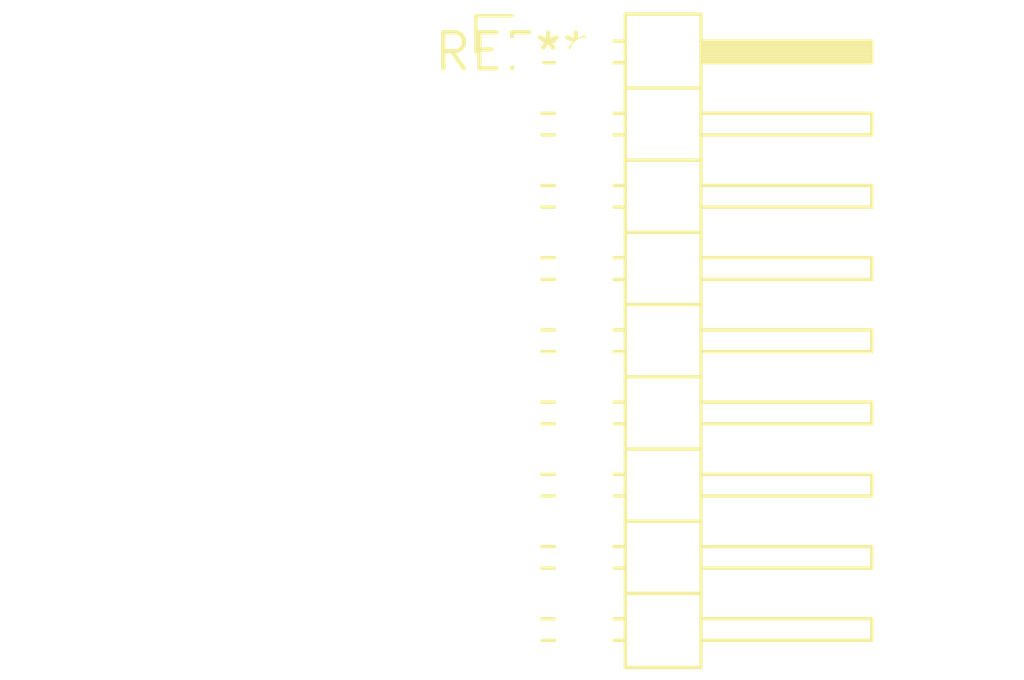
<source format=kicad_pcb>
(kicad_pcb (version 20240108) (generator pcbnew)
  (layers (0 "F.Cu" signal) (31 "B.Cu" signal) (34 "B.Paste" user) (35 "F.Paste" user) (36 "B.SilkS" user "B.Silkscreen") (37 "F.SilkS" user "F.Silkscreen") (38 "B.Mask" user) (39 "F.Mask" user) (44 "Edge.Cuts" user))
  (net 0 "")
  (footprint "PinHeader_2x09_P2.54mm_Horizontal" (layer "F.Cu") (at 0 0)
    (property "Reference" "REF**")
    (property "Value" "PinHeader_2x09_P2.54mm_Horizontal")
    (fp_line (start -1.27 -1.27) (end 0 -1.27) (layer "F.SilkS") (stroke (width 0.12)))
    (fp_line (start -1.27 0) (end -1.27 -1.27) (layer "F.SilkS") (stroke (width 0.12)))
    (fp_line (start 1.042929 2.16) (end 1.497071 2.16) (layer "F.SilkS") (stroke (width 0.12)))
    (fp_line (start 1.042929 2.92) (end 1.497071 2.92) (layer "F.SilkS") (stroke (width 0.12)))
    (fp_line (start 1.042929 4.7) (end 1.497071 4.7) (layer "F.SilkS") (stroke (width 0.12)))
    (fp_line (start 1.042929 5.46) (end 1.497071 5.46) (layer "F.SilkS") (stroke (width 0.12)))
    (fp_line (start 1.042929 7.24) (end 1.497071 7.24) (layer "F.SilkS") (stroke (width 0.12)))
    (fp_line (start 1.042929 8) (end 1.497071 8) (layer "F.SilkS") (stroke (width 0.12)))
    (fp_line (start 1.042929 9.78) (end 1.497071 9.78) (layer "F.SilkS") (stroke (width 0.12)))
    (fp_line (start 1.042929 10.54) (end 1.497071 10.54) (layer "F.SilkS") (stroke (width 0.12)))
    (fp_line (start 1.042929 12.32) (end 1.497071 12.32) (layer "F.SilkS") (stroke (width 0.12)))
    (fp_line (start 1.042929 13.08) (end 1.497071 13.08) (layer "F.SilkS") (stroke (width 0.12)))
    (fp_line (start 1.042929 14.86) (end 1.497071 14.86) (layer "F.SilkS") (stroke (width 0.12)))
    (fp_line (start 1.042929 15.62) (end 1.497071 15.62) (layer "F.SilkS") (stroke (width 0.12)))
    (fp_line (start 1.042929 17.4) (end 1.497071 17.4) (layer "F.SilkS") (stroke (width 0.12)))
    (fp_line (start 1.042929 18.16) (end 1.497071 18.16) (layer "F.SilkS") (stroke (width 0.12)))
    (fp_line (start 1.042929 19.94) (end 1.497071 19.94) (layer "F.SilkS") (stroke (width 0.12)))
    (fp_line (start 1.042929 20.7) (end 1.497071 20.7) (layer "F.SilkS") (stroke (width 0.12)))
    (fp_line (start 1.11 -0.38) (end 1.497071 -0.38) (layer "F.SilkS") (stroke (width 0.12)))
    (fp_line (start 1.11 0.38) (end 1.497071 0.38) (layer "F.SilkS") (stroke (width 0.12)))
    (fp_line (start 3.582929 -0.38) (end 3.98 -0.38) (layer "F.SilkS") (stroke (width 0.12)))
    (fp_line (start 3.582929 0.38) (end 3.98 0.38) (layer "F.SilkS") (stroke (width 0.12)))
    (fp_line (start 3.582929 2.16) (end 3.98 2.16) (layer "F.SilkS") (stroke (width 0.12)))
    (fp_line (start 3.582929 2.92) (end 3.98 2.92) (layer "F.SilkS") (stroke (width 0.12)))
    (fp_line (start 3.582929 4.7) (end 3.98 4.7) (layer "F.SilkS") (stroke (width 0.12)))
    (fp_line (start 3.582929 5.46) (end 3.98 5.46) (layer "F.SilkS") (stroke (width 0.12)))
    (fp_line (start 3.582929 7.24) (end 3.98 7.24) (layer "F.SilkS") (stroke (width 0.12)))
    (fp_line (start 3.582929 8) (end 3.98 8) (layer "F.SilkS") (stroke (width 0.12)))
    (fp_line (start 3.582929 9.78) (end 3.98 9.78) (layer "F.SilkS") (stroke (width 0.12)))
    (fp_line (start 3.582929 10.54) (end 3.98 10.54) (layer "F.SilkS") (stroke (width 0.12)))
    (fp_line (start 3.582929 12.32) (end 3.98 12.32) (layer "F.SilkS") (stroke (width 0.12)))
    (fp_line (start 3.582929 13.08) (end 3.98 13.08) (layer "F.SilkS") (stroke (width 0.12)))
    (fp_line (start 3.582929 14.86) (end 3.98 14.86) (layer "F.SilkS") (stroke (width 0.12)))
    (fp_line (start 3.582929 15.62) (end 3.98 15.62) (layer "F.SilkS") (stroke (width 0.12)))
    (fp_line (start 3.582929 17.4) (end 3.98 17.4) (layer "F.SilkS") (stroke (width 0.12)))
    (fp_line (start 3.582929 18.16) (end 3.98 18.16) (layer "F.SilkS") (stroke (width 0.12)))
    (fp_line (start 3.582929 19.94) (end 3.98 19.94) (layer "F.SilkS") (stroke (width 0.12)))
    (fp_line (start 3.582929 20.7) (end 3.98 20.7) (layer "F.SilkS") (stroke (width 0.12)))
    (fp_line (start 3.98 -1.33) (end 3.98 21.65) (layer "F.SilkS") (stroke (width 0.12)))
    (fp_line (start 3.98 1.27) (end 6.64 1.27) (layer "F.SilkS") (stroke (width 0.12)))
    (fp_line (start 3.98 3.81) (end 6.64 3.81) (layer "F.SilkS") (stroke (width 0.12)))
    (fp_line (start 3.98 6.35) (end 6.64 6.35) (layer "F.SilkS") (stroke (width 0.12)))
    (fp_line (start 3.98 8.89) (end 6.64 8.89) (layer "F.SilkS") (stroke (width 0.12)))
    (fp_line (start 3.98 11.43) (end 6.64 11.43) (layer "F.SilkS") (stroke (width 0.12)))
    (fp_line (start 3.98 13.97) (end 6.64 13.97) (layer "F.SilkS") (stroke (width 0.12)))
    (fp_line (start 3.98 16.51) (end 6.64 16.51) (layer "F.SilkS") (stroke (width 0.12)))
    (fp_line (start 3.98 19.05) (end 6.64 19.05) (layer "F.SilkS") (stroke (width 0.12)))
    (fp_line (start 3.98 21.65) (end 6.64 21.65) (layer "F.SilkS") (stroke (width 0.12)))
    (fp_line (start 6.64 -1.33) (end 3.98 -1.33) (layer "F.SilkS") (stroke (width 0.12)))
    (fp_line (start 6.64 -0.38) (end 12.64 -0.38) (layer "F.SilkS") (stroke (width 0.12)))
    (fp_line (start 6.64 -0.32) (end 12.64 -0.32) (layer "F.SilkS") (stroke (width 0.12)))
    (fp_line (start 6.64 -0.2) (end 12.64 -0.2) (layer "F.SilkS") (stroke (width 0.12)))
    (fp_line (start 6.64 -0.08) (end 12.64 -0.08) (layer "F.SilkS") (stroke (width 0.12)))
    (fp_line (start 6.64 0.04) (end 12.64 0.04) (layer "F.SilkS") (stroke (width 0.12)))
    (fp_line (start 6.64 0.16) (end 12.64 0.16) (layer "F.SilkS") (stroke (width 0.12)))
    (fp_line (start 6.64 0.28) (end 12.64 0.28) (layer "F.SilkS") (stroke (width 0.12)))
    (fp_line (start 6.64 2.16) (end 12.64 2.16) (layer "F.SilkS") (stroke (width 0.12)))
    (fp_line (start 6.64 4.7) (end 12.64 4.7) (layer "F.SilkS") (stroke (width 0.12)))
    (fp_line (start 6.64 7.24) (end 12.64 7.24) (layer "F.SilkS") (stroke (width 0.12)))
    (fp_line (start 6.64 9.78) (end 12.64 9.78) (layer "F.SilkS") (stroke (width 0.12)))
    (fp_line (start 6.64 12.32) (end 12.64 12.32) (layer "F.SilkS") (stroke (width 0.12)))
    (fp_line (start 6.64 14.86) (end 12.64 14.86) (layer "F.SilkS") (stroke (width 0.12)))
    (fp_line (start 6.64 17.4) (end 12.64 17.4) (layer "F.SilkS") (stroke (width 0.12)))
    (fp_line (start 6.64 19.94) (end 12.64 19.94) (layer "F.SilkS") (stroke (width 0.12)))
    (fp_line (start 6.64 21.65) (end 6.64 -1.33) (layer "F.SilkS") (stroke (width 0.12)))
    (fp_line (start 12.64 -0.38) (end 12.64 0.38) (layer "F.SilkS") (stroke (width 0.12)))
    (fp_line (start 12.64 0.38) (end 6.64 0.38) (layer "F.SilkS") (stroke (width 0.12)))
    (fp_line (start 12.64 2.16) (end 12.64 2.92) (layer "F.SilkS") (stroke (width 0.12)))
    (fp_line (start 12.64 2.92) (end 6.64 2.92) (layer "F.SilkS") (stroke (width 0.12)))
    (fp_line (start 12.64 4.7) (end 12.64 5.46) (layer "F.SilkS") (stroke (width 0.12)))
    (fp_line (start 12.64 5.46) (end 6.64 5.46) (layer "F.SilkS") (stroke (width 0.12)))
    (fp_line (start 12.64 7.24) (end 12.64 8) (layer "F.SilkS") (stroke (width 0.12)))
    (fp_line (start 12.64 8) (end 6.64 8) (layer "F.SilkS") (stroke (width 0.12)))
    (fp_line (start 12.64 9.78) (end 12.64 10.54) (layer "F.SilkS") (stroke (width 0.12)))
    (fp_line (start 12.64 10.54) (end 6.64 10.54) (layer "F.SilkS") (stroke (width 0.12)))
    (fp_line (start 12.64 12.32) (end 12.64 13.08) (layer "F.SilkS") (stroke (width 0.12)))
    (fp_line (start 12.64 13.08) (end 6.64 13.08) (layer "F.SilkS") (stroke (width 0.12)))
    (fp_line (start 12.64 14.86) (end 12.64 15.62) (layer "F.SilkS") (stroke (width 0.12)))
    (fp_line (start 12.64 15.62) (end 6.64 15.62) (layer "F.SilkS") (stroke (width 0.12)))
    (fp_line (start 12.64 17.4) (end 12.64 18.16) (layer "F.SilkS") (stroke (width 0.12)))
    (fp_line (start 12.64 18.16) (end 6.64 18.16) (layer "F.SilkS") (stroke (width 0.12)))
    (fp_line (start 12.64 19.94) (end 12.64 20.7) (layer "F.SilkS") (stroke (width 0.12)))
    (fp_line (start 12.64 20.7) (end 6.64 20.7) (layer "F.SilkS") (stroke (width 0.12)))
    (pad "1" thru_hole rect (at 0 0) (size 1.7 1.7) (drill 1) (layers *.Cu *.Mask) (remove_unused_layers))
    (pad "2" thru_hole oval (at 2.54 0) (size 1.7 1.7) (drill 1) (layers *.Cu *.Mask) (remove_unused_layers))
    (pad "3" thru_hole oval (at 0 2.54) (size 1.7 1.7) (drill 1) (layers *.Cu *.Mask) (remove_unused_layers))
    (pad "4" thru_hole oval (at 2.54 2.54) (size 1.7 1.7) (drill 1) (layers *.Cu *.Mask) (remove_unused_layers))
    (pad "5" thru_hole oval (at 0 5.08) (size 1.7 1.7) (drill 1) (layers *.Cu *.Mask) (remove_unused_layers))
    (pad "6" thru_hole oval (at 2.54 5.08) (size 1.7 1.7) (drill 1) (layers *.Cu *.Mask) (remove_unused_layers))
    (pad "7" thru_hole oval (at 0 7.62) (size 1.7 1.7) (drill 1) (layers *.Cu *.Mask) (remove_unused_layers))
    (pad "8" thru_hole oval (at 2.54 7.62) (size 1.7 1.7) (drill 1) (layers *.Cu *.Mask) (remove_unused_layers))
    (pad "9" thru_hole oval (at 0 10.16) (size 1.7 1.7) (drill 1) (layers *.Cu *.Mask) (remove_unused_layers))
    (pad "10" thru_hole oval (at 2.54 10.16) (size 1.7 1.7) (drill 1) (layers *.Cu *.Mask) (remove_unused_layers))
    (pad "11" thru_hole oval (at 0 12.7) (size 1.7 1.7) (drill 1) (layers *.Cu *.Mask) (remove_unused_layers))
    (pad "12" thru_hole oval (at 2.54 12.7) (size 1.7 1.7) (drill 1) (layers *.Cu *.Mask) (remove_unused_layers))
    (pad "13" thru_hole oval (at 0 15.24) (size 1.7 1.7) (drill 1) (layers *.Cu *.Mask) (remove_unused_layers))
    (pad "14" thru_hole oval (at 2.54 15.24) (size 1.7 1.7) (drill 1) (layers *.Cu *.Mask) (remove_unused_layers))
    (pad "15" thru_hole oval (at 0 17.78) (size 1.7 1.7) (drill 1) (layers *.Cu *.Mask) (remove_unused_layers))
    (pad "16" thru_hole oval (at 2.54 17.78) (size 1.7 1.7) (drill 1) (layers *.Cu *.Mask) (remove_unused_layers))
    (pad "17" thru_hole oval (at 0 20.32) (size 1.7 1.7) (drill 1) (layers *.Cu *.Mask) (remove_unused_layers))
    (pad "18" thru_hole oval (at 2.54 20.32) (size 1.7 1.7) (drill 1) (layers *.Cu *.Mask) (remove_unused_layers))
  )
)
</source>
